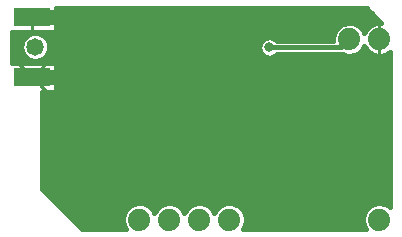
<source format=gbl>
G04 EasyPC Gerber Version 21.0.3 Build 4286 *
G04 #@! TF.Part,Single*
G04 #@! TF.FileFunction,Copper,L2,Bot *
G04 #@! TF.FilePolarity,Positive *
%FSLAX35Y35*%
%MOIN*%
%ADD15C,0.01000*%
%ADD71C,0.01500*%
%ADD79C,0.01600*%
G04 #@! TA.AperFunction,ViaPad*
%ADD85C,0.03189*%
%ADD86C,0.03962*%
%ADD129C,0.04800*%
G04 #@! TD.AperFunction*
%ADD23C,0.05000*%
G04 #@! TA.AperFunction,ViaPad*
%ADD130C,0.05827*%
G04 #@! TA.AperFunction,WasherPad*
%ADD17C,0.07400*%
G04 #@! TA.AperFunction,SMDPad*
%ADD127R,0.12047X0.06000*%
X0Y0D02*
D02*
D15*
X14154Y61655D02*
X12001Y63808D01*
X16800Y76509D02*
Y74209D01*
X19446Y56362D02*
X21599Y54209D01*
X19446Y61655D02*
X21599Y63808D01*
X22324Y79009D02*
X24623D01*
X132493Y68466D02*
Y66166D01*
Y74866D02*
Y77166D01*
D02*
D17*
X52493Y11627D03*
X62493D03*
X72493D03*
X82493D03*
X122493Y71666D03*
X132493Y11627D03*
Y71666D03*
D02*
D71*
X95800Y68981D02*
X119808D01*
X122493Y71666*
X120800Y69973D02*
X122493Y71666D01*
D02*
D23*
X16800Y59009D02*
X41552D01*
X41926Y59383*
X16800Y79009D02*
X41080D01*
X41926Y79855*
X120800Y79981D02*
X42052D01*
X41926Y79855*
X132493Y71666D02*
Y70674D01*
D02*
D79*
X87011Y8490D02*
X127975D01*
X127751Y8840*
X127554Y9206*
X127385Y9586*
X127246Y9978*
X127137Y10378*
X127057Y10786*
X127009Y11199*
X126993Y11615*
X127008Y12030*
X127054Y12443*
X127131Y12851*
X127239Y13253*
X127377Y13645*
X127544Y14026*
X127739Y14393*
X127961Y14744*
X128210Y15077*
X128483Y15391*
X128778Y15683*
X129095Y15952*
X129431Y16196*
X129785Y16414*
X130155Y16605*
X130537Y16767*
X130931Y16900*
X131334Y17003*
X131743Y17075*
X132157Y17116*
X132572Y17126*
X132987Y17104*
X133400Y17051*
X133807Y16967*
X134206Y16853*
X134596Y16708*
X134974Y16535*
X135337Y16334*
X135684Y16106*
X136016Y15850*
Y67443*
X135696Y67195*
X135360Y66972*
X135008Y66775*
X134642Y66604*
X134265Y66459*
X133878Y66343*
X133483Y66256*
X133084Y66198*
X132681Y66169*
X132277Y66170*
X131874Y66201*
X131475Y66261*
X131081Y66350*
X130695Y66468*
X130319Y66614*
X129954Y66787*
X129603Y66987*
X129267Y67212*
X128949Y67461*
X128650Y67732*
X128372Y68024*
X128115Y68337*
X127883Y68667*
X127675Y69013*
X127493Y69375*
X127308Y69008*
X127097Y68657*
X126860Y68322*
X126598Y68006*
X126314Y67710*
X126009Y67436*
X125683Y67186*
X125341Y66961*
X124982Y66761*
X124609Y66589*
X124225Y66446*
X123831Y66331*
X123430Y66246*
X123023Y66191*
X122613Y66167*
X122203Y66173*
X121794Y66210*
X121390Y66278*
X120991Y66375*
X120601Y66502*
X120222Y66657*
X119853Y66841*
X119807Y66841*
X98435*
X98221Y66601*
X97985Y66383*
X97730Y66188*
X97458Y66019*
X97171Y65875*
X96871Y65759*
X96562Y65673*
X96246Y65616*
X95927Y65589*
X95606Y65592*
X95287Y65625*
X94972Y65689*
X94665Y65781*
X94368Y65903*
X94083Y66052*
X93815Y66228*
X93563Y66428*
X93332Y66650*
X93123Y66893*
X92938Y67156*
X92779Y67434*
X92646Y67726*
X92542Y68030*
X92467Y68341*
X92421Y68659*
X92406Y68981*
X92421Y69302*
X92466Y69619*
X92541Y69931*
X92646Y70235*
X92778Y70527*
X92938Y70805*
X93123Y71067*
X93332Y71311*
X93563Y71533*
X93814Y71733*
X94083Y71909*
X94367Y72058*
X94664Y72180*
X94971Y72272*
X95286Y72336*
X95605Y72369*
X95926Y72372*
X96246Y72345*
X96561Y72288*
X96870Y72202*
X97170Y72086*
X97457Y71943*
X97729Y71773*
X97984Y71579*
X98220Y71361*
X98435Y71122*
X117020*
X117000Y71394*
X116993Y71666*
X117009Y72080*
X117056Y72491*
X117133Y72898*
X117241Y73298*
X117379Y73689*
X117545Y74068*
X117740Y74433*
X117962Y74783*
X118209Y75115*
X118481Y75428*
X118775Y75719*
X119091Y75987*
X119426Y76231*
X119778Y76449*
X120146Y76639*
X120527Y76802*
X120919Y76935*
X121320Y77039*
X121728Y77112*
X122140Y77154*
X122554Y77165*
X122968Y77145*
X123379Y77094*
X123785Y77012*
X124183Y76900*
X124572Y76757*
X124950Y76587*
X125313Y76388*
X125660Y76162*
X125990Y75911*
X126299Y75636*
X126587Y75338*
X126852Y75020*
X127092Y74682*
X127306Y74328*
X127493Y73957*
X127676Y74320*
X127885Y74669*
X128119Y75001*
X128378Y75315*
X128658Y75609*
X128960Y75881*
X129281Y76131*
X129619Y76356*
X129974Y76556*
X130342Y76729*
X130722Y76874*
X131111Y76990*
X131508Y77078*
X131910Y77135*
X132316Y77163*
X132722Y77161*
X133128Y77129*
X128061Y82197*
X24623*
Y74209*
X10009*
Y63808*
X24623*
Y54209*
X20073*
X20084Y54013*
Y21720*
X33315Y8490*
X47975*
X47774Y8801*
X47594Y9126*
X47437Y9461*
X47303Y9807*
X47192Y10161*
X47106Y10522*
X47043Y10887*
X47006Y11256*
X46993Y11627*
X47009Y12041*
X47056Y12452*
X47133Y12859*
X47241Y13259*
X47379Y13649*
X47545Y14028*
X47740Y14394*
X47962Y14744*
X48209Y15076*
X48481Y15389*
X48775Y15680*
X49091Y15948*
X49426Y16192*
X49778Y16409*
X50146Y16600*
X50527Y16763*
X50919Y16896*
X51320Y17000*
X51728Y17072*
X52140Y17115*
X52554Y17126*
X52968Y17106*
X53379Y17054*
X53785Y16972*
X54183Y16860*
X54572Y16718*
X54950Y16547*
X55313Y16348*
X55660Y16123*
X55990Y15872*
X56299Y15596*
X56587Y15299*
X56852Y14980*
X57092Y14643*
X57306Y14288*
X57493Y13918*
X57675Y14280*
X57883Y14627*
X58116Y14958*
X58373Y15271*
X58652Y15564*
X58952Y15836*
X59271Y16085*
X59608Y16310*
X59960Y16509*
X60326Y16683*
X60704Y16828*
X61091Y16946*
X61486Y17034*
X61887Y17094*
X62291Y17124*
X62695*
X63099Y17094*
X63500Y17034*
X63894Y16946*
X64282Y16828*
X64659Y16683*
X65026Y16509*
X65378Y16310*
X65715Y16085*
X66034Y15836*
X66334Y15564*
X66613Y15271*
X66870Y14958*
X67103Y14627*
X67311Y14280*
X67493Y13918*
X67675Y14280*
X67883Y14627*
X68116Y14958*
X68373Y15271*
X68652Y15564*
X68952Y15836*
X69271Y16085*
X69608Y16310*
X69960Y16509*
X70326Y16683*
X70704Y16828*
X71091Y16946*
X71486Y17034*
X71887Y17094*
X72291Y17124*
X72695*
X73099Y17094*
X73500Y17034*
X73894Y16946*
X74282Y16828*
X74659Y16683*
X75026Y16509*
X75378Y16310*
X75715Y16085*
X76034Y15836*
X76334Y15564*
X76613Y15271*
X76870Y14958*
X77103Y14627*
X77311Y14280*
X77493Y13918*
X77680Y14288*
X77893Y14643*
X78133Y14980*
X78398Y15299*
X78686Y15596*
X78995Y15872*
X79325Y16123*
X79672Y16348*
X80035Y16547*
X80413Y16718*
X80802Y16860*
X81200Y16973*
X81606Y17055*
X82017Y17106*
X82431Y17126*
X82845Y17115*
X83257Y17073*
X83665Y17000*
X84067Y16897*
X84459Y16763*
X84840Y16601*
X85207Y16410*
X85560Y16193*
X85895Y15949*
X86211Y15681*
X86505Y15389*
X86777Y15077*
X87024Y14744*
X87246Y14394*
X87441Y14029*
X87608Y13650*
X87746Y13259*
X87854Y12859*
X87931Y12452*
X87978Y12041*
X87993Y11627*
X87980Y11256*
X87943Y10887*
X87881Y10522*
X87794Y10161*
X87683Y9807*
X87549Y9462*
X87392Y9126*
X87212Y8802*
X87011Y8490*
X13087Y69166D02*
X13102Y69545D01*
X13148Y69922*
X13224Y70294*
X13329Y70659*
X13464Y71013*
X13626Y71356*
X13816Y71685*
X14032Y71997*
X14272Y72291*
X14535Y72565*
X14819Y72817*
X15122Y73044*
X15443Y73247*
X15779Y73424*
X16128Y73572*
X16488Y73693*
X16857Y73783*
X17231Y73844*
X17609Y73875*
X17989*
X18367Y73845*
X18742Y73784*
X19111Y73693*
X19470Y73573*
X19820Y73424*
X20156Y73248*
X20477Y73045*
X20780Y72817*
X21065Y72566*
X21328Y72292*
X21568Y71998*
X21783Y71686*
X21973Y71357*
X22136Y71014*
X22270Y70659*
X22376Y70295*
X22452Y69923*
X22498Y69546*
X22513Y69166*
X22498Y68787*
X22452Y68410*
X22376Y68038*
X22271Y67674*
X22136Y67319*
X21974Y66976*
X21784Y66647*
X21568Y66335*
X21328Y66041*
X21065Y65767*
X20781Y65516*
X20478Y65288*
X20157Y65085*
X19821Y64909*
X19472Y64760*
X19112Y64640*
X18743Y64549*
X18369Y64488*
X17991Y64457*
X17611*
X17233Y64487*
X16858Y64548*
X16489Y64639*
X16130Y64759*
X15780Y64908*
X15444Y65084*
X15123Y65287*
X14820Y65515*
X14535Y65767*
X14272Y66040*
X14032Y66334*
X13817Y66646*
X13627Y66975*
X13464Y67318*
X13330Y67673*
X13224Y68037*
X13148Y68409*
X13102Y68786*
X13087Y69166*
X33315Y8490D02*
X47975D01*
X87011D02*
X127975D01*
X31717Y10088D02*
X47213D01*
X87773D02*
X127213D01*
X30119Y11686D02*
X46993D01*
X87993D02*
X126993D01*
X28520Y13284D02*
X47248D01*
X87737D02*
X127248D01*
X26922Y14882D02*
X48059D01*
X56926D02*
X58059D01*
X66926D02*
X68059D01*
X76926D02*
X78059D01*
X86926D02*
X128059D01*
X25324Y16480D02*
X49905D01*
X55081D02*
X59905D01*
X65081D02*
X69905D01*
X75081D02*
X79905D01*
X85081D02*
X129905D01*
X135081D02*
X136016D01*
X23726Y18078D02*
X136016D01*
X22128Y19676D02*
X136016D01*
X20530Y21274D02*
X136016D01*
X20084Y22872D02*
X136016D01*
X20084Y24470D02*
X136016D01*
X20084Y26068D02*
X136016D01*
X20084Y27666D02*
X136016D01*
X20084Y29264D02*
X136016D01*
X20084Y30862D02*
X136016D01*
X20084Y32460D02*
X136016D01*
X20084Y34058D02*
X136016D01*
X20084Y35656D02*
X136016D01*
X20084Y37254D02*
X136016D01*
X20084Y38852D02*
X136016D01*
X20084Y40450D02*
X136016D01*
X20084Y42048D02*
X136016D01*
X20084Y43646D02*
X136016D01*
X20084Y45244D02*
X136016D01*
X20084Y46843D02*
X136016D01*
X20084Y48441D02*
X136016D01*
X20084Y50039D02*
X136016D01*
X20084Y51637D02*
X136016D01*
X20084Y53235D02*
X136016D01*
X24623Y54833D02*
X136016D01*
X24623Y56431D02*
X136016D01*
X24623Y58029D02*
X136016D01*
X24623Y59627D02*
X136016D01*
X24623Y61225D02*
X136016D01*
X24623Y62823D02*
X136016D01*
X10009Y64421D02*
X136016D01*
X10009Y66019D02*
X14291D01*
X21309D02*
X94142D01*
X97458D02*
X136016D01*
X10009Y67617D02*
X13348D01*
X22252D02*
X92692D01*
X126215D02*
X128771D01*
X10009Y69215D02*
X13087D01*
X22513D02*
X92413D01*
X127417D02*
X127569D01*
X10009Y70813D02*
X13384D01*
X22216D02*
X92942D01*
X10009Y72411D02*
X14381D01*
X21219D02*
X117044D01*
X10009Y74009D02*
X117517D01*
X127469D02*
X127517D01*
X24623Y75607D02*
X118656D01*
X126330D02*
X128657D01*
X24623Y77205D02*
X133052D01*
X24623Y78803D02*
X131454D01*
X24623Y80401D02*
X129857D01*
X24623Y81999D02*
X128259D01*
D02*
D85*
X95800Y68981D03*
D02*
D86*
X16800Y58981D03*
Y78981D03*
X21800Y40981D03*
X36800Y12981D03*
X41926Y66272D03*
X42052Y73162D03*
X43036Y21981D03*
Y49981D03*
X43800Y33981D03*
Y41981D03*
X49434Y73162D03*
Y79981D03*
X49926Y49981D03*
Y59383D03*
Y66272D03*
X50800Y27981D03*
X52800Y38981D03*
X55800Y21981D03*
X56800Y47981D03*
X57308Y59383D03*
Y66272D03*
Y73162D03*
Y79981D03*
X57800Y32981D03*
X61800Y42981D03*
X63800Y27981D03*
X64690Y73162D03*
Y79981D03*
X65182Y52493D03*
Y66272D03*
X65674Y21981D03*
X65800Y58981D03*
X67800Y37729D03*
X72564Y45603D03*
Y52493D03*
Y59383D03*
Y66272D03*
Y73162D03*
Y79981D03*
X74800Y29855D03*
X75800Y21981D03*
X76800Y40981D03*
X80438Y73162D03*
Y79981D03*
X80930Y45603D03*
Y52493D03*
Y59383D03*
Y66272D03*
X81422Y37729D03*
X86800Y45603D03*
Y52493D03*
Y59383D03*
Y66272D03*
X86926Y73162D03*
Y79981D03*
X87288Y29855D03*
X87292Y21981D03*
Y37729D03*
X92800Y45603D03*
Y52493D03*
Y59383D03*
Y64981D03*
X92926Y73981D03*
Y79981D03*
X93288Y29981D03*
X93292Y21981D03*
Y37729D03*
X103800Y11981D03*
X118800D03*
X128800Y27981D03*
Y45981D03*
D02*
D127*
X16800Y59009D03*
Y79009D03*
D02*
D129*
X41926Y59383D03*
Y79855D03*
X120800Y79981D03*
D02*
D130*
X17800Y69166D03*
X0Y0D02*
M02*

</source>
